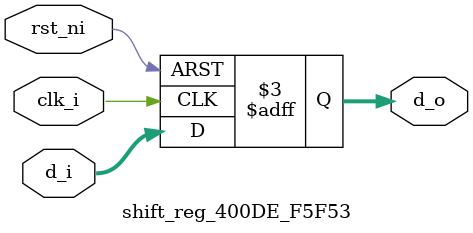
<source format=v>
module shift_reg_400DE_F5F53 (
	clk_i,
	rst_ni,
	d_i,
	d_o
);
	// removed localparam type dtype_CVA6Cfg_type
	// removed localparam type dtype_exception_t_exception_t_CVA6Cfg_type
	parameter [17102:0] dtype_CVA6Cfg = 0;
	parameter [17102:0] dtype_exception_t_exception_t_CVA6Cfg = 0;
	// Trace: vendor/pulp-platform/common_cells/src/shift_reg.sv:17:20
	// removed localparam type dtype
	// Trace: vendor/pulp-platform/common_cells/src/shift_reg.sv:18:15
	parameter [31:0] Depth = 1;
	// Trace: vendor/pulp-platform/common_cells/src/shift_reg.sv:20:5
	input wire clk_i;
	// Trace: vendor/pulp-platform/common_cells/src/shift_reg.sv:21:5
	input wire rst_ni;
	// Trace: vendor/pulp-platform/common_cells/src/shift_reg.sv:22:5
	input wire [(((1 + dtype_CVA6Cfg[16503-:32]) + dtype_CVA6Cfg[17102-:32]) + ((((dtype_exception_t_exception_t_CVA6Cfg[17102-:32] + dtype_exception_t_exception_t_CVA6Cfg[17102-:32]) + dtype_exception_t_exception_t_CVA6Cfg[17006-:32]) + 33) >= 0 ? ((dtype_exception_t_exception_t_CVA6Cfg[17102-:32] + dtype_exception_t_exception_t_CVA6Cfg[17102-:32]) + dtype_exception_t_exception_t_CVA6Cfg[17006-:32]) + 34 : 1 - (((dtype_exception_t_exception_t_CVA6Cfg[17102-:32] + dtype_exception_t_exception_t_CVA6Cfg[17102-:32]) + dtype_exception_t_exception_t_CVA6Cfg[17006-:32]) + 33))) - 1:0] d_i;
	// Trace: vendor/pulp-platform/common_cells/src/shift_reg.sv:23:5
	output reg [(((1 + dtype_CVA6Cfg[16503-:32]) + dtype_CVA6Cfg[17102-:32]) + ((((dtype_exception_t_exception_t_CVA6Cfg[17102-:32] + dtype_exception_t_exception_t_CVA6Cfg[17102-:32]) + dtype_exception_t_exception_t_CVA6Cfg[17006-:32]) + 33) >= 0 ? ((dtype_exception_t_exception_t_CVA6Cfg[17102-:32] + dtype_exception_t_exception_t_CVA6Cfg[17102-:32]) + dtype_exception_t_exception_t_CVA6Cfg[17006-:32]) + 34 : 1 - (((dtype_exception_t_exception_t_CVA6Cfg[17102-:32] + dtype_exception_t_exception_t_CVA6Cfg[17102-:32]) + dtype_exception_t_exception_t_CVA6Cfg[17006-:32]) + 33))) - 1:0] d_o;
	// Trace: vendor/pulp-platform/common_cells/src/shift_reg.sv:27:5
	generate
		if (Depth == 0) begin : gen_pass_through
			// Trace: vendor/pulp-platform/common_cells/src/shift_reg.sv:28:9
			wire [((1 + dtype_CVA6Cfg[16503-:32]) + dtype_CVA6Cfg[17102-:32]) + ((((dtype_exception_t_exception_t_CVA6Cfg[17102-:32] + dtype_exception_t_exception_t_CVA6Cfg[17102-:32]) + dtype_exception_t_exception_t_CVA6Cfg[17006-:32]) + 33) >= 0 ? ((dtype_exception_t_exception_t_CVA6Cfg[17102-:32] + dtype_exception_t_exception_t_CVA6Cfg[17102-:32]) + dtype_exception_t_exception_t_CVA6Cfg[17006-:32]) + 34 : 1 - (((dtype_exception_t_exception_t_CVA6Cfg[17102-:32] + dtype_exception_t_exception_t_CVA6Cfg[17102-:32]) + dtype_exception_t_exception_t_CVA6Cfg[17006-:32]) + 33)):1] sv2v_tmp_D60D7;
			assign sv2v_tmp_D60D7 = d_i;
			always @(*) d_o = sv2v_tmp_D60D7;
		end
		else if (Depth == 1) begin : gen_register
			// Trace: vendor/pulp-platform/common_cells/src/shift_reg.sv:31:9
			always @(posedge clk_i or negedge rst_ni)
				// Trace: vendor/pulp-platform/common_cells/src/shift_reg.sv:32:13
				if (~rst_ni)
					// Trace: vendor/pulp-platform/common_cells/src/shift_reg.sv:33:17
					d_o <= 1'sb0;
				else
					// Trace: vendor/pulp-platform/common_cells/src/shift_reg.sv:35:17
					d_o <= d_i;
		end
		else if (Depth > 1) begin : gen_shift_reg
			// Trace: vendor/pulp-platform/common_cells/src/shift_reg.sv:40:9
			wire [(Depth * (((1 + dtype_CVA6Cfg[16503-:32]) + dtype_CVA6Cfg[17102-:32]) + ((((dtype_exception_t_exception_t_CVA6Cfg[17102-:32] + dtype_exception_t_exception_t_CVA6Cfg[17102-:32]) + dtype_exception_t_exception_t_CVA6Cfg[17006-:32]) + 33) >= 0 ? ((dtype_exception_t_exception_t_CVA6Cfg[17102-:32] + dtype_exception_t_exception_t_CVA6Cfg[17102-:32]) + dtype_exception_t_exception_t_CVA6Cfg[17006-:32]) + 34 : 1 - (((dtype_exception_t_exception_t_CVA6Cfg[17102-:32] + dtype_exception_t_exception_t_CVA6Cfg[17102-:32]) + dtype_exception_t_exception_t_CVA6Cfg[17006-:32]) + 33)))) - 1:0] reg_d;
			reg [(Depth * (((1 + dtype_CVA6Cfg[16503-:32]) + dtype_CVA6Cfg[17102-:32]) + ((((dtype_exception_t_exception_t_CVA6Cfg[17102-:32] + dtype_exception_t_exception_t_CVA6Cfg[17102-:32]) + dtype_exception_t_exception_t_CVA6Cfg[17006-:32]) + 33) >= 0 ? ((dtype_exception_t_exception_t_CVA6Cfg[17102-:32] + dtype_exception_t_exception_t_CVA6Cfg[17102-:32]) + dtype_exception_t_exception_t_CVA6Cfg[17006-:32]) + 34 : 1 - (((dtype_exception_t_exception_t_CVA6Cfg[17102-:32] + dtype_exception_t_exception_t_CVA6Cfg[17102-:32]) + dtype_exception_t_exception_t_CVA6Cfg[17006-:32]) + 33)))) - 1:0] reg_q;
			// Trace: vendor/pulp-platform/common_cells/src/shift_reg.sv:41:9
			wire [((1 + dtype_CVA6Cfg[16503-:32]) + dtype_CVA6Cfg[17102-:32]) + ((((dtype_exception_t_exception_t_CVA6Cfg[17102-:32] + dtype_exception_t_exception_t_CVA6Cfg[17102-:32]) + dtype_exception_t_exception_t_CVA6Cfg[17006-:32]) + 33) >= 0 ? ((dtype_exception_t_exception_t_CVA6Cfg[17102-:32] + dtype_exception_t_exception_t_CVA6Cfg[17102-:32]) + dtype_exception_t_exception_t_CVA6Cfg[17006-:32]) + 34 : 1 - (((dtype_exception_t_exception_t_CVA6Cfg[17102-:32] + dtype_exception_t_exception_t_CVA6Cfg[17102-:32]) + dtype_exception_t_exception_t_CVA6Cfg[17006-:32]) + 33)):1] sv2v_tmp_CF19D;
			assign sv2v_tmp_CF19D = reg_q[(Depth - 1) * (((1 + dtype_CVA6Cfg[16503-:32]) + dtype_CVA6Cfg[17102-:32]) + ((((dtype_exception_t_exception_t_CVA6Cfg[17102-:32] + dtype_exception_t_exception_t_CVA6Cfg[17102-:32]) + dtype_exception_t_exception_t_CVA6Cfg[17006-:32]) + 33) >= 0 ? ((dtype_exception_t_exception_t_CVA6Cfg[17102-:32] + dtype_exception_t_exception_t_CVA6Cfg[17102-:32]) + dtype_exception_t_exception_t_CVA6Cfg[17006-:32]) + 34 : 1 - (((dtype_exception_t_exception_t_CVA6Cfg[17102-:32] + dtype_exception_t_exception_t_CVA6Cfg[17102-:32]) + dtype_exception_t_exception_t_CVA6Cfg[17006-:32]) + 33)))+:((1 + dtype_CVA6Cfg[16503-:32]) + dtype_CVA6Cfg[17102-:32]) + ((((dtype_exception_t_exception_t_CVA6Cfg[17102-:32] + dtype_exception_t_exception_t_CVA6Cfg[17102-:32]) + dtype_exception_t_exception_t_CVA6Cfg[17006-:32]) + 33) >= 0 ? ((dtype_exception_t_exception_t_CVA6Cfg[17102-:32] + dtype_exception_t_exception_t_CVA6Cfg[17102-:32]) + dtype_exception_t_exception_t_CVA6Cfg[17006-:32]) + 34 : 1 - (((dtype_exception_t_exception_t_CVA6Cfg[17102-:32] + dtype_exception_t_exception_t_CVA6Cfg[17102-:32]) + dtype_exception_t_exception_t_CVA6Cfg[17006-:32]) + 33))];
			always @(*) d_o = sv2v_tmp_CF19D;
			// Trace: vendor/pulp-platform/common_cells/src/shift_reg.sv:42:9
			assign reg_d = {reg_q[(((1 + dtype_CVA6Cfg[16503-:32]) + dtype_CVA6Cfg[17102-:32]) + ((((dtype_exception_t_exception_t_CVA6Cfg[17102-:32] + dtype_exception_t_exception_t_CVA6Cfg[17102-:32]) + dtype_exception_t_exception_t_CVA6Cfg[17006-:32]) + 33) >= 0 ? ((dtype_exception_t_exception_t_CVA6Cfg[17102-:32] + dtype_exception_t_exception_t_CVA6Cfg[17102-:32]) + dtype_exception_t_exception_t_CVA6Cfg[17006-:32]) + 34 : 1 - (((dtype_exception_t_exception_t_CVA6Cfg[17102-:32] + dtype_exception_t_exception_t_CVA6Cfg[17102-:32]) + dtype_exception_t_exception_t_CVA6Cfg[17006-:32]) + 33))) * (((Depth - 2) >= 0 ? Depth - 2 : ((Depth - 2) + ((Depth - 2) >= 0 ? Depth - 1 : 3 - Depth)) - 1) - (((Depth - 2) >= 0 ? Depth - 1 : 3 - Depth) - 1))+:(((1 + dtype_CVA6Cfg[16503-:32]) + dtype_CVA6Cfg[17102-:32]) + ((((dtype_exception_t_exception_t_CVA6Cfg[17102-:32] + dtype_exception_t_exception_t_CVA6Cfg[17102-:32]) + dtype_exception_t_exception_t_CVA6Cfg[17006-:32]) + 33) >= 0 ? ((dtype_exception_t_exception_t_CVA6Cfg[17102-:32] + dtype_exception_t_exception_t_CVA6Cfg[17102-:32]) + dtype_exception_t_exception_t_CVA6Cfg[17006-:32]) + 34 : 1 - (((dtype_exception_t_exception_t_CVA6Cfg[17102-:32] + dtype_exception_t_exception_t_CVA6Cfg[17102-:32]) + dtype_exception_t_exception_t_CVA6Cfg[17006-:32]) + 33))) * ((Depth - 2) >= 0 ? Depth - 1 : 3 - Depth)], d_i};
			// Trace: vendor/pulp-platform/common_cells/src/shift_reg.sv:44:9
			always @(posedge clk_i or negedge rst_ni)
				// Trace: vendor/pulp-platform/common_cells/src/shift_reg.sv:45:13
				if (~rst_ni)
					// Trace: vendor/pulp-platform/common_cells/src/shift_reg.sv:46:17
					reg_q <= 1'sb0;
				else
					// Trace: vendor/pulp-platform/common_cells/src/shift_reg.sv:48:17
					reg_q <= reg_d;
		end
	endgenerate
endmodule

</source>
